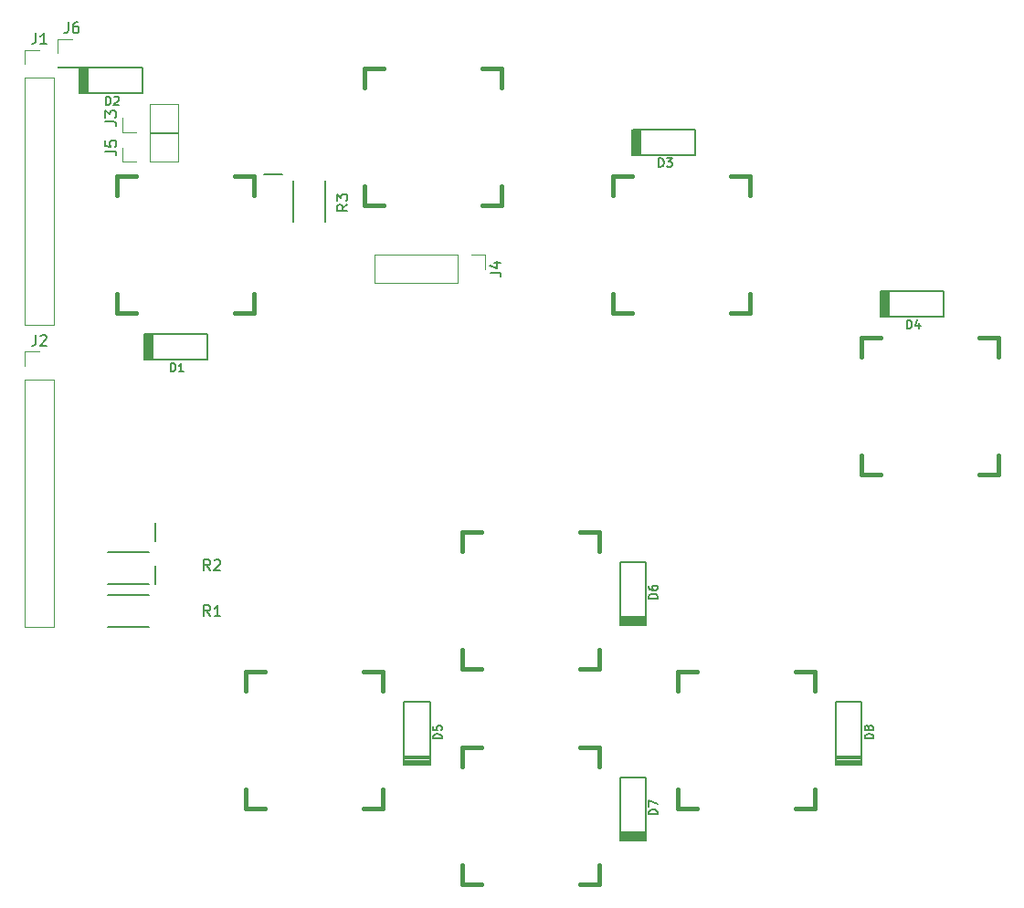
<source format=gbr>
G04 #@! TF.GenerationSoftware,KiCad,Pcbnew,(5.1.2)-2*
G04 #@! TF.CreationDate,2019-07-07T18:04:58+10:00*
G04 #@! TF.ProjectId,Right_Combined_Micro,52696768-745f-4436-9f6d-62696e65645f,rev?*
G04 #@! TF.SameCoordinates,Original*
G04 #@! TF.FileFunction,Legend,Top*
G04 #@! TF.FilePolarity,Positive*
%FSLAX46Y46*%
G04 Gerber Fmt 4.6, Leading zero omitted, Abs format (unit mm)*
G04 Created by KiCad (PCBNEW (5.1.2)-2) date 2019-07-07 18:04:58*
%MOMM*%
%LPD*%
G04 APERTURE LIST*
%ADD10C,0.200000*%
%ADD11C,0.120000*%
%ADD12C,0.381000*%
%ADD13C,0.150000*%
G04 APERTURE END LIST*
D10*
X115475000Y-58300000D02*
X115475000Y-60700000D01*
X115300000Y-58300000D02*
X115300000Y-60700000D01*
X115125000Y-58300000D02*
X115125000Y-60700000D01*
X114725000Y-60700000D02*
X114725000Y-58300000D01*
X114950000Y-58300000D02*
X114950000Y-60700000D01*
X114825000Y-58300000D02*
X114825000Y-60700000D01*
X114750000Y-58300000D02*
X120550000Y-58300000D01*
X120550000Y-58300000D02*
X120550000Y-60700000D01*
X120550000Y-60700000D02*
X114750000Y-60700000D01*
X109475000Y-33550000D02*
X109475000Y-35950000D01*
X109300000Y-33550000D02*
X109300000Y-35950000D01*
X109125000Y-33550000D02*
X109125000Y-35950000D01*
X108725000Y-35950000D02*
X108725000Y-33550000D01*
X108950000Y-33550000D02*
X108950000Y-35950000D01*
X108825000Y-33550000D02*
X108825000Y-35950000D01*
X108750000Y-33550000D02*
X114550000Y-33550000D01*
X114550000Y-33550000D02*
X114550000Y-35950000D01*
X114550000Y-35950000D02*
X108750000Y-35950000D01*
X160725000Y-39300000D02*
X160725000Y-41700000D01*
X160550000Y-39300000D02*
X160550000Y-41700000D01*
X160375000Y-39300000D02*
X160375000Y-41700000D01*
X159975000Y-41700000D02*
X159975000Y-39300000D01*
X160200000Y-39300000D02*
X160200000Y-41700000D01*
X160075000Y-39300000D02*
X160075000Y-41700000D01*
X160000000Y-39300000D02*
X165800000Y-39300000D01*
X165800000Y-39300000D02*
X165800000Y-41700000D01*
X165800000Y-41700000D02*
X160000000Y-41700000D01*
X183725000Y-54300000D02*
X183725000Y-56700000D01*
X183550000Y-54300000D02*
X183550000Y-56700000D01*
X183375000Y-54300000D02*
X183375000Y-56700000D01*
X182975000Y-56700000D02*
X182975000Y-54300000D01*
X183200000Y-54300000D02*
X183200000Y-56700000D01*
X183075000Y-54300000D02*
X183075000Y-56700000D01*
X183000000Y-54300000D02*
X188800000Y-54300000D01*
X188800000Y-54300000D02*
X188800000Y-56700000D01*
X188800000Y-56700000D02*
X183000000Y-56700000D01*
X138800000Y-97525000D02*
X141200000Y-97525000D01*
X138800000Y-97700000D02*
X141200000Y-97700000D01*
X138800000Y-97875000D02*
X141200000Y-97875000D01*
X141200000Y-98275000D02*
X138800000Y-98275000D01*
X138800000Y-98050000D02*
X141200000Y-98050000D01*
X138800000Y-98175000D02*
X141200000Y-98175000D01*
X138800000Y-98250000D02*
X138800000Y-92450000D01*
X138800000Y-92450000D02*
X141200000Y-92450000D01*
X141200000Y-92450000D02*
X141200000Y-98250000D01*
X158800000Y-84525000D02*
X161200000Y-84525000D01*
X158800000Y-84700000D02*
X161200000Y-84700000D01*
X158800000Y-84875000D02*
X161200000Y-84875000D01*
X161200000Y-85275000D02*
X158800000Y-85275000D01*
X158800000Y-85050000D02*
X161200000Y-85050000D01*
X158800000Y-85175000D02*
X161200000Y-85175000D01*
X158800000Y-85250000D02*
X158800000Y-79450000D01*
X158800000Y-79450000D02*
X161200000Y-79450000D01*
X161200000Y-79450000D02*
X161200000Y-85250000D01*
X158800000Y-104525000D02*
X161200000Y-104525000D01*
X158800000Y-104700000D02*
X161200000Y-104700000D01*
X158800000Y-104875000D02*
X161200000Y-104875000D01*
X161200000Y-105275000D02*
X158800000Y-105275000D01*
X158800000Y-105050000D02*
X161200000Y-105050000D01*
X158800000Y-105175000D02*
X161200000Y-105175000D01*
X158800000Y-105250000D02*
X158800000Y-99450000D01*
X158800000Y-99450000D02*
X161200000Y-99450000D01*
X161200000Y-99450000D02*
X161200000Y-105250000D01*
X178800000Y-97525000D02*
X181200000Y-97525000D01*
X178800000Y-97700000D02*
X181200000Y-97700000D01*
X178800000Y-97875000D02*
X181200000Y-97875000D01*
X181200000Y-98275000D02*
X178800000Y-98275000D01*
X178800000Y-98050000D02*
X181200000Y-98050000D01*
X178800000Y-98175000D02*
X181200000Y-98175000D01*
X178800000Y-98250000D02*
X178800000Y-92450000D01*
X178800000Y-92450000D02*
X181200000Y-92450000D01*
X181200000Y-92450000D02*
X181200000Y-98250000D01*
D11*
X117870000Y-39580000D02*
X117870000Y-36920000D01*
X115270000Y-39580000D02*
X117870000Y-39580000D01*
X115270000Y-36920000D02*
X117870000Y-36920000D01*
X115270000Y-39580000D02*
X115270000Y-36920000D01*
X114000000Y-39580000D02*
X112670000Y-39580000D01*
X112670000Y-39580000D02*
X112670000Y-38250000D01*
X136050000Y-50920000D02*
X136050000Y-53580000D01*
X143730000Y-50920000D02*
X136050000Y-50920000D01*
X143730000Y-53580000D02*
X136050000Y-53580000D01*
X143730000Y-50920000D02*
X143730000Y-53580000D01*
X145000000Y-50920000D02*
X146330000Y-50920000D01*
X146330000Y-50920000D02*
X146330000Y-52250000D01*
X117870000Y-42330000D02*
X117870000Y-39670000D01*
X115270000Y-42330000D02*
X117870000Y-42330000D01*
X115270000Y-39670000D02*
X117870000Y-39670000D01*
X115270000Y-42330000D02*
X115270000Y-39670000D01*
X114000000Y-42330000D02*
X112670000Y-42330000D01*
X112670000Y-42330000D02*
X112670000Y-41000000D01*
D12*
X112150000Y-43650000D02*
X113928000Y-43650000D01*
X123072000Y-43650000D02*
X124850000Y-43650000D01*
X124850000Y-43650000D02*
X124850000Y-45428000D01*
X124850000Y-54572000D02*
X124850000Y-56350000D01*
X124850000Y-56350000D02*
X123072000Y-56350000D01*
X113928000Y-56350000D02*
X112150000Y-56350000D01*
X112150000Y-56350000D02*
X112150000Y-54572000D01*
X112150000Y-45428000D02*
X112150000Y-43650000D01*
X135150000Y-33650000D02*
X136928000Y-33650000D01*
X146072000Y-33650000D02*
X147850000Y-33650000D01*
X147850000Y-33650000D02*
X147850000Y-35428000D01*
X147850000Y-44572000D02*
X147850000Y-46350000D01*
X147850000Y-46350000D02*
X146072000Y-46350000D01*
X136928000Y-46350000D02*
X135150000Y-46350000D01*
X135150000Y-46350000D02*
X135150000Y-44572000D01*
X135150000Y-35428000D02*
X135150000Y-33650000D01*
X158150000Y-43650000D02*
X159928000Y-43650000D01*
X169072000Y-43650000D02*
X170850000Y-43650000D01*
X170850000Y-43650000D02*
X170850000Y-45428000D01*
X170850000Y-54572000D02*
X170850000Y-56350000D01*
X170850000Y-56350000D02*
X169072000Y-56350000D01*
X159928000Y-56350000D02*
X158150000Y-56350000D01*
X158150000Y-56350000D02*
X158150000Y-54572000D01*
X158150000Y-45428000D02*
X158150000Y-43650000D01*
X181150000Y-58650000D02*
X182928000Y-58650000D01*
X192072000Y-58650000D02*
X193850000Y-58650000D01*
X193850000Y-58650000D02*
X193850000Y-60428000D01*
X193850000Y-69572000D02*
X193850000Y-71350000D01*
X193850000Y-71350000D02*
X192072000Y-71350000D01*
X182928000Y-71350000D02*
X181150000Y-71350000D01*
X181150000Y-71350000D02*
X181150000Y-69572000D01*
X181150000Y-60428000D02*
X181150000Y-58650000D01*
X124150000Y-89650000D02*
X125928000Y-89650000D01*
X135072000Y-89650000D02*
X136850000Y-89650000D01*
X136850000Y-89650000D02*
X136850000Y-91428000D01*
X136850000Y-100572000D02*
X136850000Y-102350000D01*
X136850000Y-102350000D02*
X135072000Y-102350000D01*
X125928000Y-102350000D02*
X124150000Y-102350000D01*
X124150000Y-102350000D02*
X124150000Y-100572000D01*
X124150000Y-91428000D02*
X124150000Y-89650000D01*
X144150000Y-76650000D02*
X145928000Y-76650000D01*
X155072000Y-76650000D02*
X156850000Y-76650000D01*
X156850000Y-76650000D02*
X156850000Y-78428000D01*
X156850000Y-87572000D02*
X156850000Y-89350000D01*
X156850000Y-89350000D02*
X155072000Y-89350000D01*
X145928000Y-89350000D02*
X144150000Y-89350000D01*
X144150000Y-89350000D02*
X144150000Y-87572000D01*
X144150000Y-78428000D02*
X144150000Y-76650000D01*
X144150000Y-96650000D02*
X145928000Y-96650000D01*
X155072000Y-96650000D02*
X156850000Y-96650000D01*
X156850000Y-96650000D02*
X156850000Y-98428000D01*
X156850000Y-107572000D02*
X156850000Y-109350000D01*
X156850000Y-109350000D02*
X155072000Y-109350000D01*
X145928000Y-109350000D02*
X144150000Y-109350000D01*
X144150000Y-109350000D02*
X144150000Y-107572000D01*
X144150000Y-98428000D02*
X144150000Y-96650000D01*
X164150000Y-89650000D02*
X165928000Y-89650000D01*
X175072000Y-89650000D02*
X176850000Y-89650000D01*
X176850000Y-89650000D02*
X176850000Y-91428000D01*
X176850000Y-100572000D02*
X176850000Y-102350000D01*
X176850000Y-102350000D02*
X175072000Y-102350000D01*
X165928000Y-102350000D02*
X164150000Y-102350000D01*
X164150000Y-102350000D02*
X164150000Y-100572000D01*
X164150000Y-91428000D02*
X164150000Y-89650000D01*
D11*
X103670000Y-57440000D02*
X106330000Y-57440000D01*
X103670000Y-34520000D02*
X103670000Y-57440000D01*
X106330000Y-34520000D02*
X106330000Y-57440000D01*
X103670000Y-34520000D02*
X106330000Y-34520000D01*
X103670000Y-33250000D02*
X103670000Y-31920000D01*
X103670000Y-31920000D02*
X105000000Y-31920000D01*
X103670000Y-85440000D02*
X106330000Y-85440000D01*
X103670000Y-62520000D02*
X103670000Y-85440000D01*
X106330000Y-62520000D02*
X106330000Y-85440000D01*
X103670000Y-62520000D02*
X106330000Y-62520000D01*
X103670000Y-61250000D02*
X103670000Y-59920000D01*
X103670000Y-59920000D02*
X105000000Y-59920000D01*
D13*
X111350080Y-82498860D02*
X115149920Y-82498860D01*
X111350080Y-85501140D02*
X115149920Y-85501140D01*
X115749360Y-81500640D02*
X115749360Y-79798840D01*
X111350080Y-78498860D02*
X115149920Y-78498860D01*
X111350080Y-81501140D02*
X115149920Y-81501140D01*
X115749360Y-77500640D02*
X115749360Y-75798840D01*
X128498860Y-47899920D02*
X128498860Y-44100080D01*
X131501140Y-47899920D02*
X131501140Y-44100080D01*
X127500640Y-43500640D02*
X125798840Y-43500640D01*
D11*
X106670000Y-33580000D02*
X109330000Y-33580000D01*
X106670000Y-33520000D02*
X106670000Y-33580000D01*
X109330000Y-33520000D02*
X109330000Y-33580000D01*
X106670000Y-33520000D02*
X109330000Y-33520000D01*
X106670000Y-32250000D02*
X106670000Y-30920000D01*
X106670000Y-30920000D02*
X108000000Y-30920000D01*
D13*
X117159523Y-61786904D02*
X117159523Y-60986904D01*
X117350000Y-60986904D01*
X117464285Y-61025000D01*
X117540476Y-61101190D01*
X117578571Y-61177380D01*
X117616666Y-61329761D01*
X117616666Y-61444047D01*
X117578571Y-61596428D01*
X117540476Y-61672619D01*
X117464285Y-61748809D01*
X117350000Y-61786904D01*
X117159523Y-61786904D01*
X118378571Y-61786904D02*
X117921428Y-61786904D01*
X118150000Y-61786904D02*
X118150000Y-60986904D01*
X118073809Y-61101190D01*
X117997619Y-61177380D01*
X117921428Y-61215476D01*
X111159523Y-37036904D02*
X111159523Y-36236904D01*
X111350000Y-36236904D01*
X111464285Y-36275000D01*
X111540476Y-36351190D01*
X111578571Y-36427380D01*
X111616666Y-36579761D01*
X111616666Y-36694047D01*
X111578571Y-36846428D01*
X111540476Y-36922619D01*
X111464285Y-36998809D01*
X111350000Y-37036904D01*
X111159523Y-37036904D01*
X111921428Y-36313095D02*
X111959523Y-36275000D01*
X112035714Y-36236904D01*
X112226190Y-36236904D01*
X112302380Y-36275000D01*
X112340476Y-36313095D01*
X112378571Y-36389285D01*
X112378571Y-36465476D01*
X112340476Y-36579761D01*
X111883333Y-37036904D01*
X112378571Y-37036904D01*
X162409523Y-42786904D02*
X162409523Y-41986904D01*
X162600000Y-41986904D01*
X162714285Y-42025000D01*
X162790476Y-42101190D01*
X162828571Y-42177380D01*
X162866666Y-42329761D01*
X162866666Y-42444047D01*
X162828571Y-42596428D01*
X162790476Y-42672619D01*
X162714285Y-42748809D01*
X162600000Y-42786904D01*
X162409523Y-42786904D01*
X163133333Y-41986904D02*
X163628571Y-41986904D01*
X163361904Y-42291666D01*
X163476190Y-42291666D01*
X163552380Y-42329761D01*
X163590476Y-42367857D01*
X163628571Y-42444047D01*
X163628571Y-42634523D01*
X163590476Y-42710714D01*
X163552380Y-42748809D01*
X163476190Y-42786904D01*
X163247619Y-42786904D01*
X163171428Y-42748809D01*
X163133333Y-42710714D01*
X185409523Y-57786904D02*
X185409523Y-56986904D01*
X185600000Y-56986904D01*
X185714285Y-57025000D01*
X185790476Y-57101190D01*
X185828571Y-57177380D01*
X185866666Y-57329761D01*
X185866666Y-57444047D01*
X185828571Y-57596428D01*
X185790476Y-57672619D01*
X185714285Y-57748809D01*
X185600000Y-57786904D01*
X185409523Y-57786904D01*
X186552380Y-57253571D02*
X186552380Y-57786904D01*
X186361904Y-56948809D02*
X186171428Y-57520238D01*
X186666666Y-57520238D01*
X142286904Y-95840476D02*
X141486904Y-95840476D01*
X141486904Y-95650000D01*
X141525000Y-95535714D01*
X141601190Y-95459523D01*
X141677380Y-95421428D01*
X141829761Y-95383333D01*
X141944047Y-95383333D01*
X142096428Y-95421428D01*
X142172619Y-95459523D01*
X142248809Y-95535714D01*
X142286904Y-95650000D01*
X142286904Y-95840476D01*
X141486904Y-94659523D02*
X141486904Y-95040476D01*
X141867857Y-95078571D01*
X141829761Y-95040476D01*
X141791666Y-94964285D01*
X141791666Y-94773809D01*
X141829761Y-94697619D01*
X141867857Y-94659523D01*
X141944047Y-94621428D01*
X142134523Y-94621428D01*
X142210714Y-94659523D01*
X142248809Y-94697619D01*
X142286904Y-94773809D01*
X142286904Y-94964285D01*
X142248809Y-95040476D01*
X142210714Y-95078571D01*
X162286904Y-82840476D02*
X161486904Y-82840476D01*
X161486904Y-82650000D01*
X161525000Y-82535714D01*
X161601190Y-82459523D01*
X161677380Y-82421428D01*
X161829761Y-82383333D01*
X161944047Y-82383333D01*
X162096428Y-82421428D01*
X162172619Y-82459523D01*
X162248809Y-82535714D01*
X162286904Y-82650000D01*
X162286904Y-82840476D01*
X161486904Y-81697619D02*
X161486904Y-81850000D01*
X161525000Y-81926190D01*
X161563095Y-81964285D01*
X161677380Y-82040476D01*
X161829761Y-82078571D01*
X162134523Y-82078571D01*
X162210714Y-82040476D01*
X162248809Y-82002380D01*
X162286904Y-81926190D01*
X162286904Y-81773809D01*
X162248809Y-81697619D01*
X162210714Y-81659523D01*
X162134523Y-81621428D01*
X161944047Y-81621428D01*
X161867857Y-81659523D01*
X161829761Y-81697619D01*
X161791666Y-81773809D01*
X161791666Y-81926190D01*
X161829761Y-82002380D01*
X161867857Y-82040476D01*
X161944047Y-82078571D01*
X162286904Y-102840476D02*
X161486904Y-102840476D01*
X161486904Y-102650000D01*
X161525000Y-102535714D01*
X161601190Y-102459523D01*
X161677380Y-102421428D01*
X161829761Y-102383333D01*
X161944047Y-102383333D01*
X162096428Y-102421428D01*
X162172619Y-102459523D01*
X162248809Y-102535714D01*
X162286904Y-102650000D01*
X162286904Y-102840476D01*
X161486904Y-102116666D02*
X161486904Y-101583333D01*
X162286904Y-101926190D01*
X182286904Y-95840476D02*
X181486904Y-95840476D01*
X181486904Y-95650000D01*
X181525000Y-95535714D01*
X181601190Y-95459523D01*
X181677380Y-95421428D01*
X181829761Y-95383333D01*
X181944047Y-95383333D01*
X182096428Y-95421428D01*
X182172619Y-95459523D01*
X182248809Y-95535714D01*
X182286904Y-95650000D01*
X182286904Y-95840476D01*
X181829761Y-94926190D02*
X181791666Y-95002380D01*
X181753571Y-95040476D01*
X181677380Y-95078571D01*
X181639285Y-95078571D01*
X181563095Y-95040476D01*
X181525000Y-95002380D01*
X181486904Y-94926190D01*
X181486904Y-94773809D01*
X181525000Y-94697619D01*
X181563095Y-94659523D01*
X181639285Y-94621428D01*
X181677380Y-94621428D01*
X181753571Y-94659523D01*
X181791666Y-94697619D01*
X181829761Y-94773809D01*
X181829761Y-94926190D01*
X181867857Y-95002380D01*
X181905952Y-95040476D01*
X181982142Y-95078571D01*
X182134523Y-95078571D01*
X182210714Y-95040476D01*
X182248809Y-95002380D01*
X182286904Y-94926190D01*
X182286904Y-94773809D01*
X182248809Y-94697619D01*
X182210714Y-94659523D01*
X182134523Y-94621428D01*
X181982142Y-94621428D01*
X181905952Y-94659523D01*
X181867857Y-94697619D01*
X181829761Y-94773809D01*
X111122380Y-38583333D02*
X111836666Y-38583333D01*
X111979523Y-38630952D01*
X112074761Y-38726190D01*
X112122380Y-38869047D01*
X112122380Y-38964285D01*
X111122380Y-38202380D02*
X111122380Y-37583333D01*
X111503333Y-37916666D01*
X111503333Y-37773809D01*
X111550952Y-37678571D01*
X111598571Y-37630952D01*
X111693809Y-37583333D01*
X111931904Y-37583333D01*
X112027142Y-37630952D01*
X112074761Y-37678571D01*
X112122380Y-37773809D01*
X112122380Y-38059523D01*
X112074761Y-38154761D01*
X112027142Y-38202380D01*
X146782380Y-52583333D02*
X147496666Y-52583333D01*
X147639523Y-52630952D01*
X147734761Y-52726190D01*
X147782380Y-52869047D01*
X147782380Y-52964285D01*
X147115714Y-51678571D02*
X147782380Y-51678571D01*
X146734761Y-51916666D02*
X147449047Y-52154761D01*
X147449047Y-51535714D01*
X111122380Y-41333333D02*
X111836666Y-41333333D01*
X111979523Y-41380952D01*
X112074761Y-41476190D01*
X112122380Y-41619047D01*
X112122380Y-41714285D01*
X111122380Y-40380952D02*
X111122380Y-40857142D01*
X111598571Y-40904761D01*
X111550952Y-40857142D01*
X111503333Y-40761904D01*
X111503333Y-40523809D01*
X111550952Y-40428571D01*
X111598571Y-40380952D01*
X111693809Y-40333333D01*
X111931904Y-40333333D01*
X112027142Y-40380952D01*
X112074761Y-40428571D01*
X112122380Y-40523809D01*
X112122380Y-40761904D01*
X112074761Y-40857142D01*
X112027142Y-40904761D01*
X104666666Y-30372380D02*
X104666666Y-31086666D01*
X104619047Y-31229523D01*
X104523809Y-31324761D01*
X104380952Y-31372380D01*
X104285714Y-31372380D01*
X105666666Y-31372380D02*
X105095238Y-31372380D01*
X105380952Y-31372380D02*
X105380952Y-30372380D01*
X105285714Y-30515238D01*
X105190476Y-30610476D01*
X105095238Y-30658095D01*
X104666666Y-58372380D02*
X104666666Y-59086666D01*
X104619047Y-59229523D01*
X104523809Y-59324761D01*
X104380952Y-59372380D01*
X104285714Y-59372380D01*
X105095238Y-58467619D02*
X105142857Y-58420000D01*
X105238095Y-58372380D01*
X105476190Y-58372380D01*
X105571428Y-58420000D01*
X105619047Y-58467619D01*
X105666666Y-58562857D01*
X105666666Y-58658095D01*
X105619047Y-58800952D01*
X105047619Y-59372380D01*
X105666666Y-59372380D01*
X120833333Y-84452380D02*
X120500000Y-83976190D01*
X120261904Y-84452380D02*
X120261904Y-83452380D01*
X120642857Y-83452380D01*
X120738095Y-83500000D01*
X120785714Y-83547619D01*
X120833333Y-83642857D01*
X120833333Y-83785714D01*
X120785714Y-83880952D01*
X120738095Y-83928571D01*
X120642857Y-83976190D01*
X120261904Y-83976190D01*
X121785714Y-84452380D02*
X121214285Y-84452380D01*
X121500000Y-84452380D02*
X121500000Y-83452380D01*
X121404761Y-83595238D01*
X121309523Y-83690476D01*
X121214285Y-83738095D01*
X120833333Y-80202380D02*
X120500000Y-79726190D01*
X120261904Y-80202380D02*
X120261904Y-79202380D01*
X120642857Y-79202380D01*
X120738095Y-79250000D01*
X120785714Y-79297619D01*
X120833333Y-79392857D01*
X120833333Y-79535714D01*
X120785714Y-79630952D01*
X120738095Y-79678571D01*
X120642857Y-79726190D01*
X120261904Y-79726190D01*
X121214285Y-79297619D02*
X121261904Y-79250000D01*
X121357142Y-79202380D01*
X121595238Y-79202380D01*
X121690476Y-79250000D01*
X121738095Y-79297619D01*
X121785714Y-79392857D01*
X121785714Y-79488095D01*
X121738095Y-79630952D01*
X121166666Y-80202380D01*
X121785714Y-80202380D01*
X133551180Y-46265726D02*
X133074990Y-46599060D01*
X133551180Y-46837155D02*
X132551180Y-46837155D01*
X132551180Y-46456202D01*
X132598800Y-46360964D01*
X132646419Y-46313345D01*
X132741657Y-46265726D01*
X132884514Y-46265726D01*
X132979752Y-46313345D01*
X133027371Y-46360964D01*
X133074990Y-46456202D01*
X133074990Y-46837155D01*
X132551180Y-45932393D02*
X132551180Y-45313345D01*
X132932133Y-45646679D01*
X132932133Y-45503821D01*
X132979752Y-45408583D01*
X133027371Y-45360964D01*
X133122609Y-45313345D01*
X133360704Y-45313345D01*
X133455942Y-45360964D01*
X133503561Y-45408583D01*
X133551180Y-45503821D01*
X133551180Y-45789536D01*
X133503561Y-45884774D01*
X133455942Y-45932393D01*
X107666666Y-29372380D02*
X107666666Y-30086666D01*
X107619047Y-30229523D01*
X107523809Y-30324761D01*
X107380952Y-30372380D01*
X107285714Y-30372380D01*
X108571428Y-29372380D02*
X108380952Y-29372380D01*
X108285714Y-29420000D01*
X108238095Y-29467619D01*
X108142857Y-29610476D01*
X108095238Y-29800952D01*
X108095238Y-30181904D01*
X108142857Y-30277142D01*
X108190476Y-30324761D01*
X108285714Y-30372380D01*
X108476190Y-30372380D01*
X108571428Y-30324761D01*
X108619047Y-30277142D01*
X108666666Y-30181904D01*
X108666666Y-29943809D01*
X108619047Y-29848571D01*
X108571428Y-29800952D01*
X108476190Y-29753333D01*
X108285714Y-29753333D01*
X108190476Y-29800952D01*
X108142857Y-29848571D01*
X108095238Y-29943809D01*
M02*

</source>
